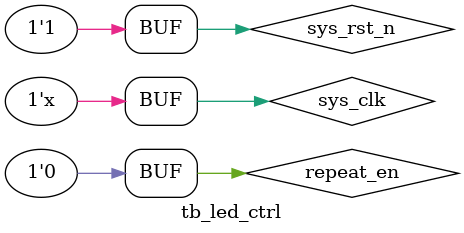
<source format=v>
`timescale 1ns/1ns
module tb_led_ctrl();

reg             sys_clk;
reg             sys_rst_n;
reg             repeat_en;

wire            led_ctrl;

initial
    begin
        sys_clk = 1'b1;
        sys_rst_n <= 1'b0;
        repeat_en <= 1'b0;
        #20
        sys_rst_n <= 1'b1;
        #300
        repeat_en <= 1'b1;
        #560_000
        repeat_en <= 1'b0;
        #110_000_000
        repeat_en <= 1'b1;
        #560_000
        repeat_en <= 1'b0;
    end

always #10 sys_clk = ~sys_clk;


led_ctrl    led_ctrl_inst
(
    .sys_clk     (sys_clk  ),
    .sys_rst_n   (sys_rst_n),
    .repeat_en   (repeat_en),
                  
    .led_ctrl    (led_ctrl )
);


endmodule
</source>
